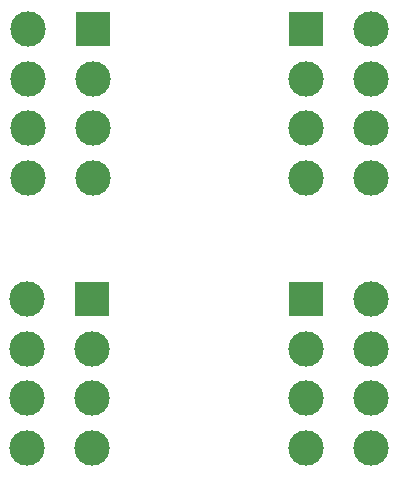
<source format=gbr>
G04 #@! TF.FileFunction,Copper,L2,Bot,Signal*
%FSLAX46Y46*%
G04 Gerber Fmt 4.6, Leading zero omitted, Abs format (unit mm)*
G04 Created by KiCad (PCBNEW 4.0.4-stable) date 02/10/18 20:46:28*
%MOMM*%
%LPD*%
G01*
G04 APERTURE LIST*
%ADD10C,0.100000*%
%ADD11R,3.000000X3.000000*%
%ADD12C,3.000000*%
G04 APERTURE END LIST*
D10*
D11*
X112891000Y-66920000D03*
D12*
X112891000Y-71120000D03*
X112891000Y-75320000D03*
X112891000Y-79520000D03*
X107391000Y-66920000D03*
X107391000Y-71120000D03*
X107391000Y-75320000D03*
X107391000Y-79520000D03*
D11*
X130981000Y-89780000D03*
D12*
X130981000Y-93980000D03*
X130981000Y-98180000D03*
X130981000Y-102380000D03*
X136481000Y-89780000D03*
X136481000Y-93980000D03*
X136481000Y-98180000D03*
X136481000Y-102380000D03*
D11*
X130981000Y-66920000D03*
D12*
X130981000Y-71120000D03*
X130981000Y-75320000D03*
X130981000Y-79520000D03*
X136481000Y-66920000D03*
X136481000Y-71120000D03*
X136481000Y-75320000D03*
X136481000Y-79520000D03*
D11*
X112841000Y-89780000D03*
D12*
X112841000Y-93980000D03*
X112841000Y-98180000D03*
X112841000Y-102380000D03*
X107341000Y-89780000D03*
X107341000Y-93980000D03*
X107341000Y-98180000D03*
X107341000Y-102380000D03*
M02*

</source>
